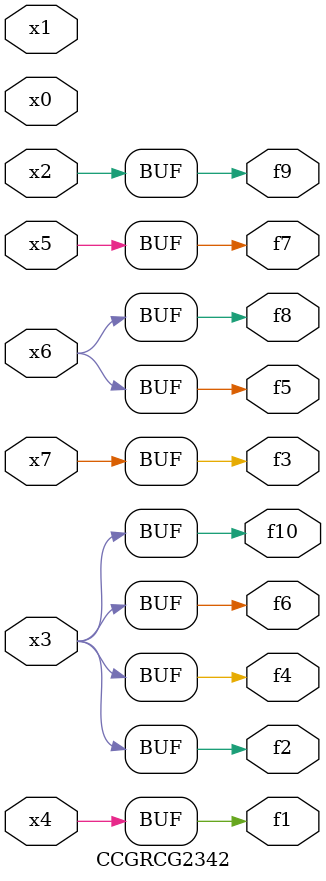
<source format=v>
module CCGRCG2342(
	input x0, x1, x2, x3, x4, x5, x6, x7,
	output f1, f2, f3, f4, f5, f6, f7, f8, f9, f10
);
	assign f1 = x4;
	assign f2 = x3;
	assign f3 = x7;
	assign f4 = x3;
	assign f5 = x6;
	assign f6 = x3;
	assign f7 = x5;
	assign f8 = x6;
	assign f9 = x2;
	assign f10 = x3;
endmodule

</source>
